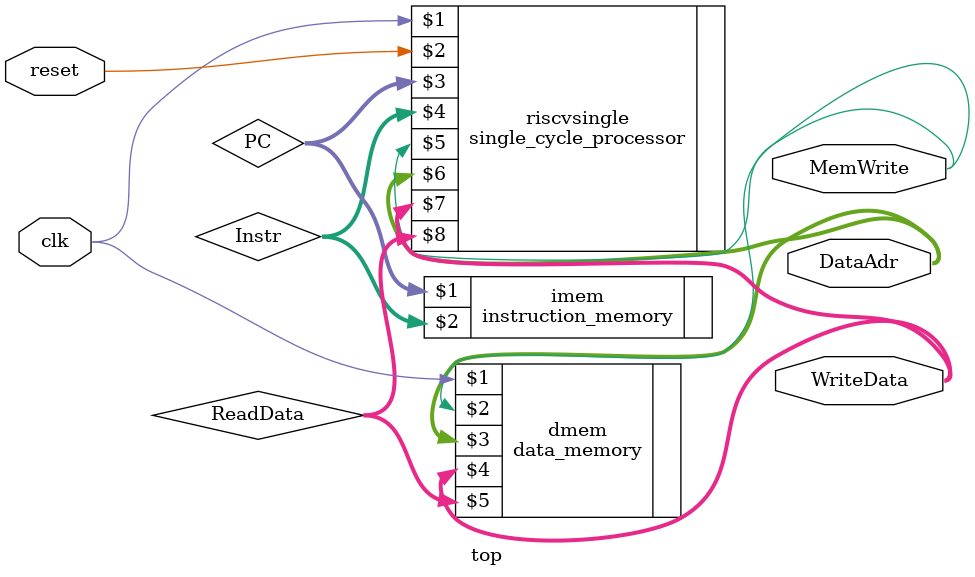
<source format=sv>
module top(
	input	logic           clk,
	input 	logic 			reset,
	output 	logic [31:0] 	WriteData,
	output 	logic [31:0] 	DataAdr,
	output 	logic           MemWrite);

	logic [31:0] PC;
	logic [31:0] Instr;
	logic [31:0] ReadData;

	// instantiate processor
	single_cycle_processor riscvsingle(clk, reset, PC, Instr, MemWrite, DataAdr, WriteData, ReadData);

	// instruction and data memory
	instruction_memory imem(PC, Instr);
	data_memory dmem(clk, MemWrite, DataAdr, WriteData, ReadData);

endmodule


</source>
